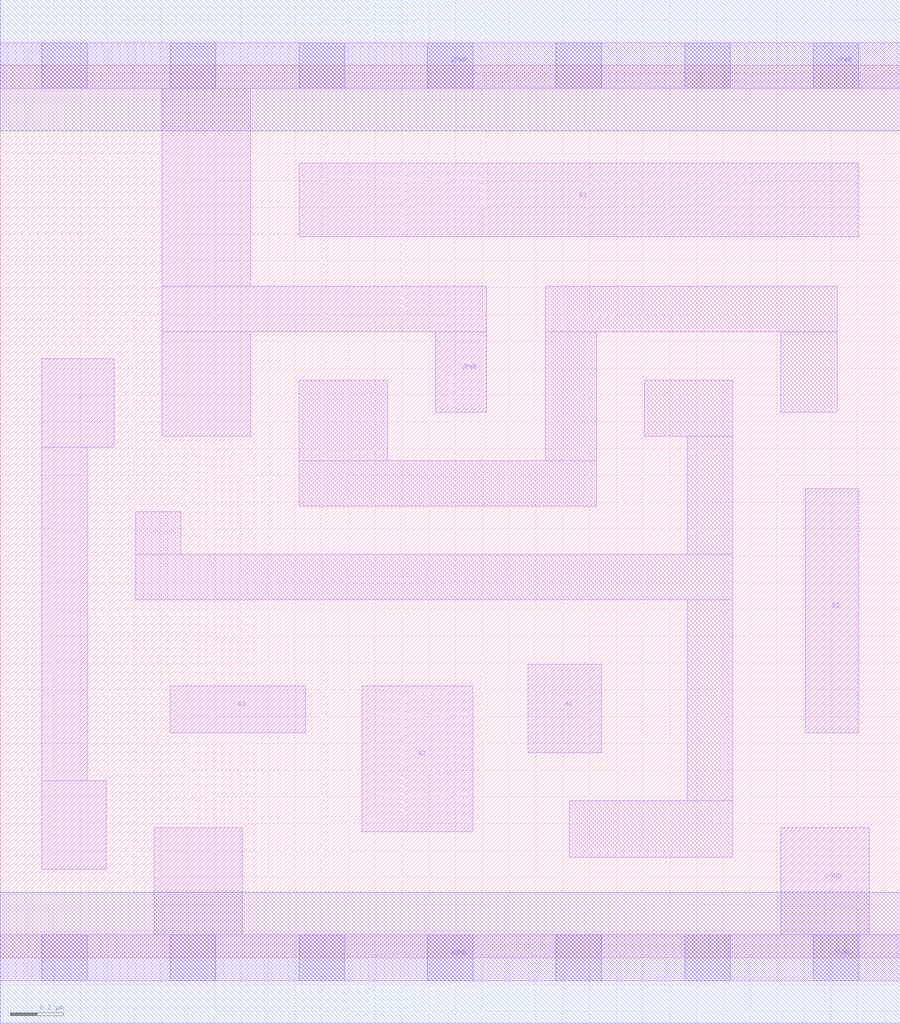
<source format=lef>
# Copyright 2020 The SkyWater PDK Authors
#
# Licensed under the Apache License, Version 2.0 (the "License");
# you may not use this file except in compliance with the License.
# You may obtain a copy of the License at
#
#     https://www.apache.org/licenses/LICENSE-2.0
#
# Unless required by applicable law or agreed to in writing, software
# distributed under the License is distributed on an "AS IS" BASIS,
# WITHOUT WARRANTIES OR CONDITIONS OF ANY KIND, either express or implied.
# See the License for the specific language governing permissions and
# limitations under the License.
#
# SPDX-License-Identifier: Apache-2.0

VERSION 5.7 ;
  NAMESCASESENSITIVE ON ;
  NOWIREEXTENSIONATPIN ON ;
  DIVIDERCHAR "/" ;
  BUSBITCHARS "[]" ;
UNITS
  DATABASE MICRONS 200 ;
END UNITS
MACRO sky130_fd_sc_lp__a32o_m
  CLASS CORE ;
  SOURCE USER ;
  FOREIGN sky130_fd_sc_lp__a32o_m ;
  ORIGIN  0.000000  0.000000 ;
  SIZE  3.360000 BY  3.330000 ;
  SYMMETRY X Y R90 ;
  SITE unit ;
  PIN A1
    ANTENNAGATEAREA  0.126000 ;
    DIRECTION INPUT ;
    USE SIGNAL ;
    PORT
      LAYER li1 ;
        RECT 1.970000 0.765000 2.245000 1.095000 ;
    END
  END A1
  PIN A2
    ANTENNAGATEAREA  0.126000 ;
    DIRECTION INPUT ;
    USE SIGNAL ;
    PORT
      LAYER li1 ;
        RECT 1.350000 0.470000 1.765000 1.015000 ;
    END
  END A2
  PIN A3
    ANTENNAGATEAREA  0.126000 ;
    DIRECTION INPUT ;
    USE SIGNAL ;
    PORT
      LAYER li1 ;
        RECT 0.635000 0.840000 1.140000 1.015000 ;
    END
  END A3
  PIN B1
    ANTENNAGATEAREA  0.126000 ;
    DIRECTION INPUT ;
    USE SIGNAL ;
    PORT
      LAYER li1 ;
        RECT 1.115000 2.690000 3.205000 2.965000 ;
    END
  END B1
  PIN B2
    ANTENNAGATEAREA  0.126000 ;
    DIRECTION INPUT ;
    USE SIGNAL ;
    PORT
      LAYER li1 ;
        RECT 3.005000 0.840000 3.205000 1.750000 ;
    END
  END B2
  PIN X
    ANTENNADIFFAREA  0.231000 ;
    DIRECTION OUTPUT ;
    USE SIGNAL ;
    PORT
      LAYER li1 ;
        RECT 0.155000 0.330000 0.395000 0.660000 ;
        RECT 0.155000 0.660000 0.325000 1.905000 ;
        RECT 0.155000 1.905000 0.425000 2.235000 ;
    END
  END X
  PIN VGND
    DIRECTION INOUT ;
    USE GROUND ;
    PORT
      LAYER li1 ;
        RECT 0.000000 -0.085000 3.360000 0.085000 ;
        RECT 0.575000  0.085000 0.905000 0.485000 ;
        RECT 2.915000  0.085000 3.245000 0.485000 ;
      LAYER mcon ;
        RECT 0.155000 -0.085000 0.325000 0.085000 ;
        RECT 0.635000 -0.085000 0.805000 0.085000 ;
        RECT 1.115000 -0.085000 1.285000 0.085000 ;
        RECT 1.595000 -0.085000 1.765000 0.085000 ;
        RECT 2.075000 -0.085000 2.245000 0.085000 ;
        RECT 2.555000 -0.085000 2.725000 0.085000 ;
        RECT 3.035000 -0.085000 3.205000 0.085000 ;
      LAYER met1 ;
        RECT 0.000000 -0.245000 3.360000 0.245000 ;
    END
  END VGND
  PIN VPWR
    DIRECTION INOUT ;
    USE POWER ;
    PORT
      LAYER li1 ;
        RECT 0.000000 3.245000 3.360000 3.415000 ;
        RECT 0.605000 1.945000 0.935000 2.335000 ;
        RECT 0.605000 2.335000 1.815000 2.505000 ;
        RECT 0.605000 2.505000 0.935000 3.245000 ;
        RECT 1.625000 2.035000 1.815000 2.335000 ;
      LAYER mcon ;
        RECT 0.155000 3.245000 0.325000 3.415000 ;
        RECT 0.635000 3.245000 0.805000 3.415000 ;
        RECT 1.115000 3.245000 1.285000 3.415000 ;
        RECT 1.595000 3.245000 1.765000 3.415000 ;
        RECT 2.075000 3.245000 2.245000 3.415000 ;
        RECT 2.555000 3.245000 2.725000 3.415000 ;
        RECT 3.035000 3.245000 3.205000 3.415000 ;
      LAYER met1 ;
        RECT 0.000000 3.085000 3.360000 3.575000 ;
    END
  END VPWR
  OBS
    LAYER li1 ;
      RECT 0.505000 1.335000 2.735000 1.505000 ;
      RECT 0.505000 1.505000 0.675000 1.665000 ;
      RECT 1.115000 1.685000 2.225000 1.855000 ;
      RECT 1.115000 1.855000 1.445000 2.155000 ;
      RECT 2.035000 1.855000 2.225000 2.335000 ;
      RECT 2.035000 2.335000 3.125000 2.505000 ;
      RECT 2.125000 0.375000 2.735000 0.585000 ;
      RECT 2.405000 1.945000 2.735000 2.155000 ;
      RECT 2.565000 0.585000 2.735000 1.335000 ;
      RECT 2.565000 1.505000 2.735000 1.945000 ;
      RECT 2.915000 2.035000 3.125000 2.335000 ;
  END
END sky130_fd_sc_lp__a32o_m

</source>
